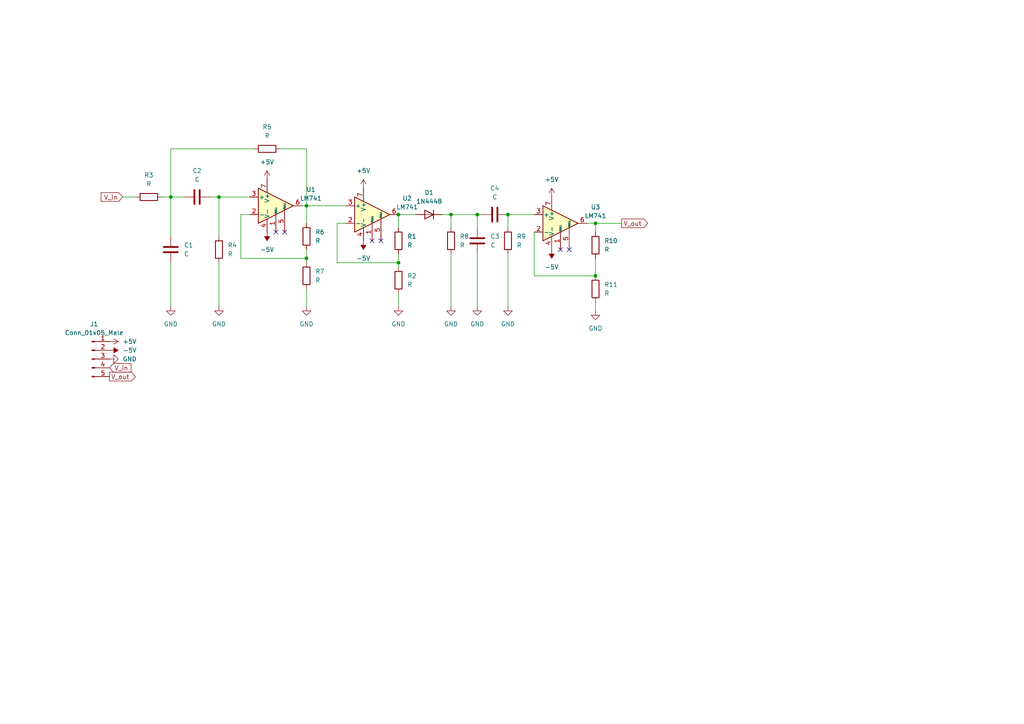
<source format=kicad_sch>
(kicad_sch (version 20211123) (generator eeschema)
  (paper "A4")
  (lib_symbols
    (symbol "Amplifier_Operational:LM741" (pin_names (offset 0.127))
      (property "Reference" "U" (at 0 6.35 0))
      (property "Value" "LM741" (at 0 3.81 0))
      (symbol "LM741_0_1"
        (polyline (pts (xy -5.08 5.08) (xy 5.08 0) (xy -5.08 -5.08) (xy -5.08 5.08)) (stroke (width 0.254)) (fill (type background)))
      )
      (symbol "LM741_1_1"
        (pin input line (at 0 -7.62 90) (length 5.08) (name "NULL") (number "1"))
        (pin input line (at -7.62 -2.54 0) (length 2.54) (name "-") (number "2"))
        (pin input line (at -7.62 2.54 0) (length 2.54) (name "+") (number "3"))
        (pin power_in line (at -2.54 -7.62 90) (length 3.81) (name "V-") (number "4"))
        (pin input line (at 2.54 -7.62 90) (length 6.35) (name "NULL") (number "5"))
        (pin output line (at 7.62 0 180) (length 2.54) (name "~") (number "6"))
        (pin power_in line (at -2.54 7.62 270) (length 3.81) (name "V+") (number "7"))
        (pin no_connect line (at 0 2.54 270) (length 2.54) hide (name "NC") (number "8"))
      )
    )
    (symbol "Connector:Conn_01x05_Male" (pin_names (offset 1.016) hide)
      (property "Reference" "J" (at 0 7.62 0))
      (property "Value" "Conn_01x05_Male" (at 0 -7.62 0))
      (symbol "Conn_01x05_Male_1_1"
        (polyline (pts (xy 1.27 -5.08) (xy 0.8636 -5.08)) (stroke (width 0.1524)))
        (polyline (pts (xy 1.27 -2.54) (xy 0.8636 -2.54)) (stroke (width 0.1524)))
        (polyline (pts (xy 1.27 0) (xy 0.8636 0)) (stroke (width 0.1524)))
        (polyline (pts (xy 1.27 2.54) (xy 0.8636 2.54)) (stroke (width 0.1524)))
        (polyline (pts (xy 1.27 5.08) (xy 0.8636 5.08)) (stroke (width 0.1524)))
        (rectangle (start 0.8636 -4.953) (end 0 -5.207) (stroke (width 0.1524)) (fill (type outline)))
        (rectangle (start 0.8636 -2.413) (end 0 -2.667) (stroke (width 0.1524)) (fill (type outline)))
        (rectangle (start 0.8636 0.127) (end 0 -0.127) (stroke (width 0.1524)) (fill (type outline)))
        (rectangle (start 0.8636 2.667) (end 0 2.413) (stroke (width 0.1524)) (fill (type outline)))
        (rectangle (start 0.8636 5.207) (end 0 4.953) (stroke (width 0.1524)) (fill (type outline)))
        (pin passive line (at 5.08 5.08 180) (length 3.81) (name "Pin_1") (number "1"))
        (pin passive line (at 5.08 2.54 180) (length 3.81) (name "Pin_2") (number "2"))
        (pin passive line (at 5.08 0 180) (length 3.81) (name "Pin_3") (number "3"))
        (pin passive line (at 5.08 -2.54 180) (length 3.81) (name "Pin_4") (number "4"))
        (pin passive line (at 5.08 -5.08 180) (length 3.81) (name "Pin_5") (number "5"))
      )
    )
    (symbol "Device:C" (pin_numbers hide) (pin_names (offset 0.254))
      (property "Reference" "C" (at 0.635 2.54 0))
      (property "Value" "C" (at 0.635 -2.54 0))
      (symbol "C_0_1"
        (polyline (pts (xy -2.032 -0.762) (xy 2.032 -0.762)) (stroke (width 0.508)))
        (polyline (pts (xy -2.032 0.762) (xy 2.032 0.762)) (stroke (width 0.508)))
      )
      (symbol "C_1_1"
        (pin passive line (at 0 3.81 270) (length 2.794) (name "~") (number "1"))
        (pin passive line (at 0 -3.81 90) (length 2.794) (name "~") (number "2"))
      )
    )
    (symbol "Device:R" (pin_numbers hide) (pin_names (offset 0))
      (property "Reference" "R" (at 2.032 0 90))
      (property "Value" "R" (at 0 0 90))
      (symbol "R_0_1"
        (rectangle (start -1.016 -2.54) (end 1.016 2.54) (stroke (width 0.254)))
      )
      (symbol "R_1_1"
        (pin passive line (at 0 3.81 270) (length 1.27) (name "~") (number "1"))
        (pin passive line (at 0 -3.81 90) (length 1.27) (name "~") (number "2"))
      )
    )
    (symbol "Diode:1N4448" (pin_numbers hide) (pin_names (offset 1.016) hide)
      (property "Reference" "D" (at 0 2.54 0))
      (property "Value" "1N4448" (at 0 -2.54 0))
      (symbol "1N4448_0_1"
        (polyline (pts (xy -1.27 1.27) (xy -1.27 -1.27)) (stroke (width 0.254)))
        (polyline (pts (xy 1.27 0) (xy -1.27 0)))
        (polyline (pts (xy 1.27 1.27) (xy 1.27 -1.27) (xy -1.27 0) (xy 1.27 1.27)) (stroke (width 0.254)))
      )
      (symbol "1N4448_1_1"
        (pin passive line (at -3.81 0 0) (length 2.54) (name "K") (number "1"))
        (pin passive line (at 3.81 0 180) (length 2.54) (name "A") (number "2"))
      )
    )
    (symbol "power:+5V" (power) (pin_names (offset 0))
      (property "Value" "+5V" (at 0 3.556 0))
      (symbol "+5V_0_1"
        (polyline (pts (xy -0.762 1.27) (xy 0 2.54)))
        (polyline (pts (xy 0 0) (xy 0 2.54)))
        (polyline (pts (xy 0 2.54) (xy 0.762 1.27)))
      )
      (symbol "+5V_1_1"
        (pin power_in line (at 0 0 90) (length 0) hide (name "+5V") (number "1"))
      )
    )
    (symbol "power:-5V" (power) (pin_names (offset 0))
      (property "Value" "-5V" (at 0 3.81 0))
      (symbol "-5V_0_0"
        (pin power_in line (at 0 0 90) (length 0) hide (name "-5V") (number "1"))
      )
      (symbol "-5V_0_1"
        (polyline (pts (xy 0 0) (xy 0 1.27) (xy 0.762 1.27) (xy 0 2.54) (xy -0.762 1.27) (xy 0 1.27)) (fill (type outline)))
      )
    )
    (symbol "power:GND" (power) (pin_names (offset 0))
      (property "Value" "GND" (at 0 -3.81 0))
      (symbol "GND_0_1"
        (polyline (pts (xy 0 0) (xy 0 -1.27) (xy 1.27 -1.27) (xy 0 -2.54) (xy -1.27 -1.27) (xy 0 -1.27)))
      )
      (symbol "GND_1_1"
        (pin power_in line (at 0 0 270) (length 0) hide (name "GND") (number "1"))
      )
    )
  )
  (junction (at 88.9 59.69))
  (junction (at 138.43 62.23))
  (junction (at 63.5 57.15))
  (junction (at 88.9 74.93))
  (junction (at 115.57 76.2))
  (junction (at 172.72 64.77))
  (junction (at 147.32 62.23))
  (junction (at 172.72 80.01))
  (junction (at 130.81 62.23))
  (junction (at 49.53 57.15))
  (junction (at 115.57 62.23))
  (no_connect (at 82.55 67.31))
  (no_connect (at 165.1 72.39))
  (no_connect (at 162.56 72.39))
  (no_connect (at 110.49 69.85))
  (no_connect (at 107.95 69.85))
  (no_connect (at 80.01 67.31))
  (wire (pts (xy 147.32 62.23) (xy 147.32 66.04)))
  (wire (pts (xy 115.57 76.2) (xy 115.57 77.47)))
  (wire (pts (xy 130.81 62.23) (xy 130.81 66.04)))
  (wire (pts (xy 130.81 62.23) (xy 138.43 62.23)))
  (wire (pts (xy 138.43 62.23) (xy 139.7 62.23)))
  (wire (pts (xy 46.99 57.15) (xy 49.53 57.15)))
  (wire (pts (xy 88.9 74.93) (xy 88.9 76.2)))
  (wire (pts (xy 172.72 64.77) (xy 180.34 64.77)))
  (wire (pts (xy 49.53 57.15) (xy 49.53 68.58)))
  (wire (pts (xy 63.5 57.15) (xy 72.39 57.15)))
  (wire (pts (xy 88.9 43.18) (xy 81.28 43.18)))
  (wire (pts (xy 88.9 74.93) (xy 69.85 74.93)))
  (wire (pts (xy 97.79 64.77) (xy 97.79 76.2)))
  (wire (pts (xy 49.53 43.18) (xy 73.66 43.18)))
  (wire (pts (xy 172.72 64.77) (xy 172.72 67.31)))
  (wire (pts (xy 88.9 59.69) (xy 100.33 59.69)))
  (wire (pts (xy 130.81 73.66) (xy 130.81 88.9)))
  (wire (pts (xy 115.57 76.2) (xy 97.79 76.2)))
  (wire (pts (xy 35.56 57.15) (xy 39.37 57.15)))
  (wire (pts (xy 172.72 74.93) (xy 172.72 80.01)))
  (wire (pts (xy 115.57 62.23) (xy 120.65 62.23)))
  (wire (pts (xy 49.53 57.15) (xy 49.53 43.18)))
  (wire (pts (xy 69.85 74.93) (xy 69.85 62.23)))
  (wire (pts (xy 115.57 73.66) (xy 115.57 76.2)))
  (wire (pts (xy 69.85 62.23) (xy 72.39 62.23)))
  (wire (pts (xy 154.94 80.01) (xy 154.94 67.31)))
  (wire (pts (xy 138.43 73.66) (xy 138.43 88.9)))
  (wire (pts (xy 87.63 59.69) (xy 88.9 59.69)))
  (wire (pts (xy 88.9 59.69) (xy 88.9 64.77)))
  (wire (pts (xy 63.5 57.15) (xy 63.5 68.58)))
  (wire (pts (xy 147.32 73.66) (xy 147.32 88.9)))
  (wire (pts (xy 147.32 62.23) (xy 154.94 62.23)))
  (wire (pts (xy 88.9 72.39) (xy 88.9 74.93)))
  (wire (pts (xy 128.27 62.23) (xy 130.81 62.23)))
  (wire (pts (xy 97.79 64.77) (xy 100.33 64.77)))
  (wire (pts (xy 115.57 62.23) (xy 115.57 66.04)))
  (wire (pts (xy 63.5 76.2) (xy 63.5 88.9)))
  (wire (pts (xy 49.53 76.2) (xy 49.53 88.9)))
  (wire (pts (xy 172.72 87.63) (xy 172.72 90.17)))
  (wire (pts (xy 88.9 59.69) (xy 88.9 43.18)))
  (wire (pts (xy 60.96 57.15) (xy 63.5 57.15)))
  (wire (pts (xy 88.9 83.82) (xy 88.9 88.9)))
  (wire (pts (xy 172.72 80.01) (xy 154.94 80.01)))
  (wire (pts (xy 138.43 62.23) (xy 138.43 66.04)))
  (wire (pts (xy 49.53 57.15) (xy 53.34 57.15)))
  (wire (pts (xy 170.18 64.77) (xy 172.72 64.77)))
  (wire (pts (xy 115.57 85.09) (xy 115.57 88.9)))
  (global_label "V_in" (shape input) (at 35.56 57.15 180) (property "Intersheet References" "${INTERSHEET_REFS}" (effects hide)))
  (global_label "V_out" (shape output) (at 180.34 64.77 0) (property "Intersheet References" "${INTERSHEET_REFS}" (effects hide)))
  (global_label "V_in" (shape input) (at 31.75 106.68 0) (property "Intersheet References" "${INTERSHEET_REFS}" (effects hide)))
  (global_label "V_out" (shape output) (at 31.75 109.22 0) (property "Intersheet References" "${INTERSHEET_REFS}" (effects hide)))
  (symbol (lib_id "Device:C") (at 138.43 69.85 0) (unit 1)
    (property "Reference" "C3" (at 142.24 68.5799 0) (effects (justify left)))
    (property "Value" "C" (at 142.24 71.1199 0) (effects (justify left)))
    (property "Footprint" "Capacitor_THT:C_Disc_D7.0mm_W2.5mm_P5.00mm" (effects hide))
  )
  (symbol (lib_id "power:GND") (at 172.72 90.17 0) (unit 1)
    (property "Reference" "#PWR014" (effects hide))
    (property "Value" "GND" (at 172.72 95.25 0))
  )
  (symbol (lib_id "power:GND") (at 130.81 88.9 0) (unit 1)
    (property "Reference" "#PWR09" (effects hide))
    (property "Value" "GND" (at 130.81 93.98 0))
  )
  (symbol (lib_id "Device:C") (at 57.15 57.15 90) (unit 1)
    (property "Reference" "C2" (at 57.15 49.53 90))
    (property "Value" "C" (at 57.15 52.07 90))
    (property "Footprint" "Capacitor_THT:C_Disc_D7.0mm_W2.5mm_P5.00mm" (effects hide))
  )
  (symbol (lib_id "power:GND") (at 63.5 88.9 0) (unit 1)
    (property "Reference" "#PWR05" (effects hide))
    (property "Value" "GND" (at 63.5 93.98 0))
  )
  (symbol (lib_id "Device:C") (at 143.51 62.23 90) (unit 1)
    (property "Reference" "C4" (at 143.51 54.61 90))
    (property "Value" "C" (at 143.51 57.15 90))
    (property "Footprint" "Capacitor_THT:C_Disc_D7.0mm_W2.5mm_P5.00mm" (effects hide))
  )
  (symbol (lib_id "power:+5V") (at 160.02 57.15 0) (unit 1)
    (property "Reference" "#PWR012" (effects hide))
    (property "Value" "+5V" (at 160.02 52.07 0))
  )
  (symbol (lib_id "Device:R") (at 115.57 81.28 0) (unit 1)
    (property "Reference" "R2" (at 118.11 80.0099 0) (effects (justify left)))
    (property "Value" "R" (at 118.11 82.5499 0) (effects (justify left)))
    (property "Footprint" "Resistor_THT:R_Axial_DIN0207_L6.3mm_D2.5mm_P7.62mm_Horizontal" (effects hide))
  )
  (symbol (lib_id "Device:R") (at 88.9 80.01 0) (unit 1)
    (property "Reference" "R7" (at 91.44 78.7399 0) (effects (justify left)))
    (property "Value" "R" (at 91.44 81.2799 0) (effects (justify left)))
    (property "Footprint" "Resistor_THT:R_Axial_DIN0207_L6.3mm_D2.5mm_P7.62mm_Horizontal" (effects hide))
  )
  (symbol (lib_id "Device:R") (at 130.81 69.85 0) (unit 1)
    (property "Reference" "R8" (at 133.35 68.5799 0) (effects (justify left)))
    (property "Value" "R" (at 133.35 71.1199 0) (effects (justify left)))
    (property "Footprint" "Resistor_THT:R_Axial_DIN0207_L6.3mm_D2.5mm_P7.62mm_Horizontal" (effects hide))
  )
  (symbol (lib_id "power:GND") (at 115.57 88.9 0) (unit 1)
    (property "Reference" "#PWR0103" (effects hide))
    (property "Value" "GND" (at 115.57 93.98 0))
  )
  (symbol (lib_id "power:GND") (at 138.43 88.9 0) (unit 1)
    (property "Reference" "#PWR010" (effects hide))
    (property "Value" "GND" (at 138.43 93.98 0))
  )
  (symbol (lib_id "Device:R") (at 88.9 68.58 0) (unit 1)
    (property "Reference" "R6" (at 91.44 67.3099 0) (effects (justify left)))
    (property "Value" "R" (at 91.44 69.8499 0) (effects (justify left)))
    (property "Footprint" "Resistor_THT:R_Axial_DIN0207_L6.3mm_D2.5mm_P7.62mm_Horizontal" (effects hide))
  )
  (symbol (lib_id "Device:C") (at 49.53 72.39 180) (unit 1)
    (property "Reference" "C1" (at 53.34 71.1199 0) (effects (justify right)))
    (property "Value" "C" (at 53.34 73.6599 0) (effects (justify right)))
    (property "Footprint" "Capacitor_THT:C_Disc_D7.0mm_W2.5mm_P5.00mm" (effects hide))
  )
  (symbol (lib_id "power:-5V") (at 31.75 101.6 270) (unit 1)
    (property "Reference" "#PWR02" (effects hide))
    (property "Value" "-5V" (at 35.56 101.5999 90) (effects (justify left)))
  )
  (symbol (lib_id "power:GND") (at 49.53 88.9 0) (unit 1)
    (property "Reference" "#PWR04" (effects hide))
    (property "Value" "GND" (at 49.53 93.98 0))
  )
  (symbol (lib_id "Diode:1N4448") (at 124.46 62.23 180) (unit 1)
    (property "Reference" "D1" (at 124.46 55.88 0))
    (property "Value" "1N4448" (at 124.46 58.42 0))
    (property "Footprint" "Diode_THT:D_DO-35_SOD27_P7.62mm_Horizontal" (effects hide))
    (property "Datasheet" "https://assets.nexperia.com/documents/data-sheet/1N4148_1N4448.pdf" (effects hide))
  )
  (symbol (lib_id "Device:R") (at 77.47 43.18 90) (unit 1)
    (property "Reference" "R5" (at 77.47 36.83 90))
    (property "Value" "R" (at 77.47 39.37 90))
    (property "Footprint" "Resistor_THT:R_Axial_DIN0207_L6.3mm_D2.5mm_P7.62mm_Horizontal" (effects hide))
  )
  (symbol (lib_id "Device:R") (at 172.72 71.12 0) (unit 1)
    (property "Reference" "R10" (at 175.26 69.8499 0) (effects (justify left)))
    (property "Value" "R" (at 175.26 72.3899 0) (effects (justify left)))
    (property "Footprint" "Resistor_THT:R_Axial_DIN0207_L6.3mm_D2.5mm_P7.62mm_Horizontal" (effects hide))
  )
  (symbol (lib_id "Device:R") (at 43.18 57.15 90) (unit 1)
    (property "Reference" "R3" (at 43.18 50.8 90))
    (property "Value" "R" (at 43.18 53.34 90))
    (property "Footprint" "Resistor_THT:R_Axial_DIN0207_L6.3mm_D2.5mm_P7.62mm_Horizontal" (effects hide))
  )
  (symbol (lib_id "power:+5V") (at 31.75 99.06 270) (unit 1)
    (property "Reference" "#PWR01" (effects hide))
    (property "Value" "+5V" (at 35.56 99.0599 90) (effects (justify left)))
  )
  (symbol (lib_id "Amplifier_Operational:LM741") (at 107.95 62.23 0) (unit 1)
    (property "Reference" "U2" (at 118.11 57.531 0))
    (property "Value" "LM741" (at 118.11 60.071 0))
    (property "Footprint" "Package_DIP:DIP-8_W10.16mm" (effects hide))
    (property "Datasheet" "http://www.ti.com/lit/ds/symlink/lm741.pdf" (effects hide))
  )
  (symbol (lib_id "power:+5V") (at 105.41 54.61 0) (unit 1)
    (property "Reference" "#PWR0102" (effects hide))
    (property "Value" "+5V" (at 105.41 49.53 0))
  )
  (symbol (lib_id "Device:R") (at 172.72 83.82 0) (unit 1)
    (property "Reference" "R11" (at 175.26 82.5499 0) (effects (justify left)))
    (property "Value" "R" (at 175.26 85.0899 0) (effects (justify left)))
    (property "Footprint" "Resistor_THT:R_Axial_DIN0207_L6.3mm_D2.5mm_P7.62mm_Horizontal" (effects hide))
  )
  (symbol (lib_id "power:GND") (at 147.32 88.9 0) (unit 1)
    (property "Reference" "#PWR011" (effects hide))
    (property "Value" "GND" (at 147.32 93.98 0))
  )
  (symbol (lib_id "power:-5V") (at 160.02 72.39 180) (unit 1)
    (property "Reference" "#PWR013" (effects hide))
    (property "Value" "-5V" (at 160.02 77.47 0))
  )
  (symbol (lib_id "Connector:Conn_01x05_Male") (at 26.67 104.14 0) (unit 1)
    (property "Reference" "J1" (at 27.305 93.98 0))
    (property "Value" "Conn_01x05_Male" (at 27.305 96.52 0))
    (property "Footprint" "Connector_PinHeader_2.54mm:PinHeader_1x05_P2.54mm_Vertical" (effects hide))
  )
  (symbol (lib_id "power:-5V") (at 105.41 69.85 180) (unit 1)
    (property "Reference" "#PWR0101" (effects hide))
    (property "Value" "-5V" (at 105.41 74.93 0))
  )
  (symbol (lib_id "Amplifier_Operational:LM741") (at 80.01 59.69 0) (unit 1)
    (property "Reference" "U1" (at 90.17 54.991 0))
    (property "Value" "LM741" (at 90.17 57.531 0))
    (property "Footprint" "Package_DIP:DIP-8_W10.16mm" (effects hide))
    (property "Datasheet" "http://www.ti.com/lit/ds/symlink/lm741.pdf" (effects hide))
  )
  (symbol (lib_id "Amplifier_Operational:LM741") (at 162.56 64.77 0) (unit 1)
    (property "Reference" "U3" (at 172.72 60.071 0))
    (property "Value" "LM741" (at 172.72 62.611 0))
    (property "Footprint" "Package_DIP:DIP-8_W10.16mm" (effects hide))
    (property "Datasheet" "http://www.ti.com/lit/ds/symlink/lm741.pdf" (effects hide))
  )
  (symbol (lib_id "power:GND") (at 31.75 104.14 90) (unit 1)
    (property "Reference" "#PWR03" (effects hide))
    (property "Value" "GND" (at 35.56 104.1399 90) (effects (justify right)))
  )
  (symbol (lib_id "power:+5V") (at 77.47 52.07 0) (unit 1)
    (property "Reference" "#PWR06" (effects hide))
    (property "Value" "+5V" (at 77.47 46.99 0))
  )
  (symbol (lib_id "Device:R") (at 63.5 72.39 0) (unit 1)
    (property "Reference" "R4" (at 66.04 71.1199 0) (effects (justify left)))
    (property "Value" "R" (at 66.04 73.6599 0) (effects (justify left)))
    (property "Footprint" "Resistor_THT:R_Axial_DIN0207_L6.3mm_D2.5mm_P7.62mm_Horizontal" (effects hide))
  )
  (symbol (lib_id "Device:R") (at 147.32 69.85 0) (unit 1)
    (property "Reference" "R9" (at 149.86 68.5799 0) (effects (justify left)))
    (property "Value" "R" (at 149.86 71.1199 0) (effects (justify left)))
    (property "Footprint" "Resistor_THT:R_Axial_DIN0207_L6.3mm_D2.5mm_P7.62mm_Horizontal" (effects hide))
  )
  (symbol (lib_id "power:-5V") (at 77.47 67.31 180) (unit 1)
    (property "Reference" "#PWR07" (effects hide))
    (property "Value" "-5V" (at 77.47 72.39 0))
  )
  (symbol (lib_id "Device:R") (at 115.57 69.85 0) (unit 1)
    (property "Reference" "R1" (at 118.11 68.5799 0) (effects (justify left)))
    (property "Value" "R" (at 118.11 71.1199 0) (effects (justify left)))
    (property "Footprint" "Resistor_THT:R_Axial_DIN0207_L6.3mm_D2.5mm_P7.62mm_Horizontal" (effects hide))
  )
  (symbol (lib_id "power:GND") (at 88.9 88.9 0) (unit 1)
    (property "Reference" "#PWR08" (effects hide))
    (property "Value" "GND" (at 88.9 93.98 0))
  )
)
</source>
